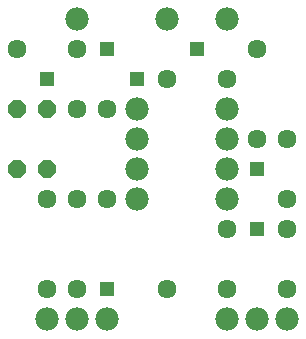
<source format=gts>
G75*
%MOIN*%
%OFA0B0*%
%FSLAX25Y25*%
%IPPOS*%
%LPD*%
%AMOC8*
5,1,8,0,0,1.08239X$1,22.5*
%
%ADD10C,0.06343*%
%ADD11OC8,0.06000*%
%ADD12C,0.07800*%
%ADD13R,0.04762X0.04762*%
D10*
X0084627Y0050337D03*
X0094627Y0050337D03*
X0124627Y0050337D03*
X0144627Y0050337D03*
X0164627Y0050337D03*
X0164627Y0070337D03*
X0164627Y0080337D03*
X0144627Y0070337D03*
X0104627Y0080337D03*
X0094627Y0080337D03*
X0084627Y0080337D03*
X0094627Y0110337D03*
X0104627Y0110337D03*
X0124627Y0120337D03*
X0144627Y0120337D03*
X0154627Y0130337D03*
X0154627Y0100337D03*
X0164627Y0100337D03*
X0094627Y0130337D03*
X0074627Y0130337D03*
D11*
X0074627Y0110337D03*
X0084627Y0110337D03*
X0084627Y0090337D03*
X0074627Y0090337D03*
D12*
X0084627Y0040337D03*
X0094627Y0040337D03*
X0104627Y0040337D03*
X0144627Y0040337D03*
X0154627Y0040337D03*
X0164627Y0040337D03*
X0144627Y0080337D03*
X0144627Y0090337D03*
X0144627Y0100337D03*
X0144627Y0110337D03*
X0114627Y0110337D03*
X0114627Y0100337D03*
X0114627Y0090337D03*
X0114627Y0080337D03*
X0124627Y0140337D03*
X0144627Y0140337D03*
X0094627Y0140337D03*
D13*
X0104627Y0130337D03*
X0114627Y0120337D03*
X0134627Y0130337D03*
X0084627Y0120337D03*
X0154627Y0090337D03*
X0154627Y0070337D03*
X0104627Y0050337D03*
M02*

</source>
